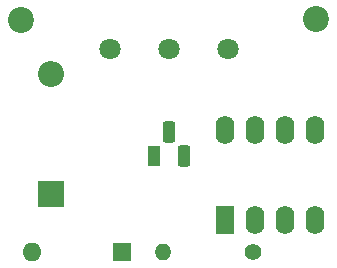
<source format=gbr>
%TF.GenerationSoftware,KiCad,Pcbnew,8.0.7*%
%TF.CreationDate,2025-02-24T23:57:51-05:00*%
%TF.ProjectId,pcb3,70636233-2e6b-4696-9361-645f70636258,rev?*%
%TF.SameCoordinates,Original*%
%TF.FileFunction,Soldermask,Bot*%
%TF.FilePolarity,Negative*%
%FSLAX46Y46*%
G04 Gerber Fmt 4.6, Leading zero omitted, Abs format (unit mm)*
G04 Created by KiCad (PCBNEW 8.0.7) date 2025-02-24 23:57:51*
%MOMM*%
%LPD*%
G01*
G04 APERTURE LIST*
G04 Aperture macros list*
%AMRoundRect*
0 Rectangle with rounded corners*
0 $1 Rounding radius*
0 $2 $3 $4 $5 $6 $7 $8 $9 X,Y pos of 4 corners*
0 Add a 4 corners polygon primitive as box body*
4,1,4,$2,$3,$4,$5,$6,$7,$8,$9,$2,$3,0*
0 Add four circle primitives for the rounded corners*
1,1,$1+$1,$2,$3*
1,1,$1+$1,$4,$5*
1,1,$1+$1,$6,$7*
1,1,$1+$1,$8,$9*
0 Add four rect primitives between the rounded corners*
20,1,$1+$1,$2,$3,$4,$5,0*
20,1,$1+$1,$4,$5,$6,$7,0*
20,1,$1+$1,$6,$7,$8,$9,0*
20,1,$1+$1,$8,$9,$2,$3,0*%
G04 Aperture macros list end*
%ADD10C,2.200000*%
%ADD11C,1.400000*%
%ADD12O,1.400000X1.400000*%
%ADD13R,1.600000X1.600000*%
%ADD14O,1.600000X1.600000*%
%ADD15R,2.200000X2.200000*%
%ADD16O,2.200000X2.200000*%
%ADD17R,1.100000X1.800000*%
%ADD18RoundRect,0.275000X-0.275000X-0.625000X0.275000X-0.625000X0.275000X0.625000X-0.275000X0.625000X0*%
%ADD19R,1.600000X2.400000*%
%ADD20O,1.600000X2.400000*%
%ADD21C,1.803400*%
G04 APERTURE END LIST*
D10*
%TO.C,REF\u002A\u002A*%
X127500000Y-82550000D03*
%TD*%
D11*
%TO.C,R4*%
X147130000Y-102180000D03*
D12*
X139510000Y-102180000D03*
%TD*%
D13*
%TO.C,D1*%
X136010000Y-102200000D03*
D14*
X128390000Y-102200000D03*
%TD*%
D15*
%TO.C,D2*%
X130070000Y-97260000D03*
D16*
X130070000Y-87100000D03*
%TD*%
D17*
%TO.C,U1*%
X138800000Y-94100000D03*
D18*
X140070000Y-92030000D03*
X141340000Y-94100000D03*
%TD*%
D19*
%TO.C,U2*%
X144770000Y-99505000D03*
D20*
X147310000Y-99505000D03*
X149850000Y-99505000D03*
X152390000Y-99505000D03*
X152390000Y-91885000D03*
X149850000Y-91885000D03*
X147310000Y-91885000D03*
X144770000Y-91885000D03*
%TD*%
D10*
%TO.C,REF\u002A\u002A*%
X152500000Y-82500000D03*
%TD*%
D21*
%TO.C,J1*%
X145000000Y-85000000D03*
X140000000Y-85000000D03*
X135000000Y-85000000D03*
%TD*%
M02*

</source>
